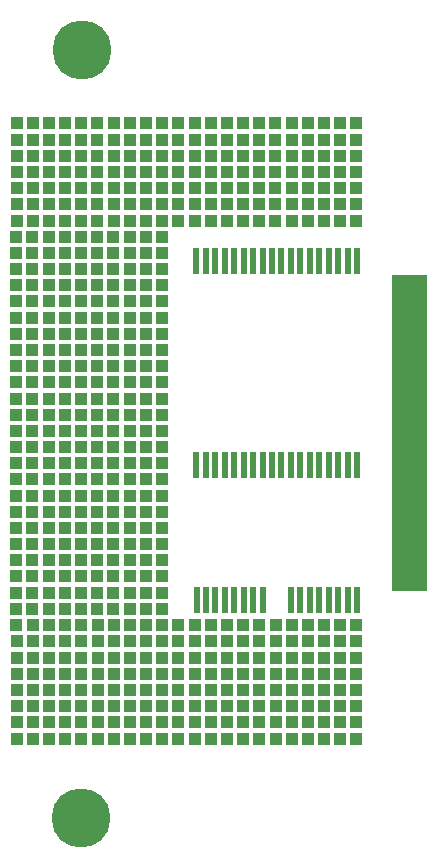
<source format=gts>
%TF.GenerationSoftware,KiCad,Pcbnew,8.0.4*%
%TF.CreationDate,2025-01-31T00:42:38+01:00*%
%TF.ProjectId,uconsole-expansion-card-template,75636f6e-736f-46c6-952d-657870616e73,0.1*%
%TF.SameCoordinates,Original*%
%TF.FileFunction,Soldermask,Top*%
%TF.FilePolarity,Negative*%
%FSLAX46Y46*%
G04 Gerber Fmt 4.6, Leading zero omitted, Abs format (unit mm)*
G04 Created by KiCad (PCBNEW 8.0.4) date 2025-01-31 00:42:38*
%MOMM*%
%LPD*%
G01*
G04 APERTURE LIST*
%ADD10C,0.100000*%
%ADD11R,1.000000X1.000000*%
%ADD12R,0.600000X2.300000*%
%ADD13R,2.300000X0.600000*%
%ADD14C,5.000000*%
G04 APERTURE END LIST*
%TO.C,U1*%
D10*
X115380400Y-86538000D02*
X118276000Y-86538000D01*
X118276000Y-113208000D01*
X115380400Y-113208000D01*
X115380400Y-86538000D01*
G36*
X115380400Y-86538000D02*
G01*
X118276000Y-86538000D01*
X118276000Y-113208000D01*
X115380400Y-113208000D01*
X115380400Y-86538000D01*
G37*
%TD*%
D11*
%TO.C,*%
X100070000Y-125790000D03*
%TD*%
%TO.C,*%
X102810000Y-125790000D03*
%TD*%
%TO.C,*%
X98700000Y-125790000D03*
%TD*%
%TO.C,*%
X108290000Y-125790000D03*
%TD*%
%TO.C,*%
X106920000Y-125790000D03*
%TD*%
%TO.C,*%
X105550000Y-125790000D03*
%TD*%
%TO.C,*%
X104180000Y-125790000D03*
%TD*%
%TO.C,*%
X101440000Y-125790000D03*
%TD*%
%TO.C,*%
X112400000Y-124420000D03*
%TD*%
%TO.C,*%
X97330000Y-125790000D03*
%TD*%
%TO.C,*%
X95960000Y-125790000D03*
%TD*%
%TO.C,*%
X90480000Y-125790000D03*
%TD*%
%TO.C,*%
X86370000Y-125790000D03*
%TD*%
%TO.C,*%
X106920000Y-124420000D03*
%TD*%
%TO.C,*%
X111030000Y-124420000D03*
%TD*%
%TO.C,*%
X89110000Y-125790000D03*
%TD*%
%TO.C,*%
X87740000Y-125790000D03*
%TD*%
%TO.C,*%
X109660000Y-124420000D03*
%TD*%
%TO.C,*%
X105550000Y-124420000D03*
%TD*%
%TO.C,*%
X94590000Y-125790000D03*
%TD*%
%TO.C,*%
X104180000Y-124420000D03*
%TD*%
%TO.C,*%
X91850000Y-125790000D03*
%TD*%
%TO.C,*%
X108290000Y-124420000D03*
%TD*%
%TO.C,*%
X85000000Y-125790000D03*
%TD*%
%TO.C,*%
X83630000Y-125790000D03*
%TD*%
%TO.C,*%
X93220000Y-125790000D03*
%TD*%
%TO.C,*%
X101440000Y-124420000D03*
%TD*%
%TO.C,*%
X95960000Y-124420000D03*
%TD*%
%TO.C,*%
X91850000Y-124420000D03*
%TD*%
%TO.C,*%
X85000000Y-124420000D03*
%TD*%
%TO.C,*%
X106920000Y-123050000D03*
%TD*%
%TO.C,*%
X104180000Y-123050000D03*
%TD*%
%TO.C,*%
X90480000Y-124420000D03*
%TD*%
%TO.C,*%
X102810000Y-124420000D03*
%TD*%
%TO.C,*%
X98700000Y-124420000D03*
%TD*%
%TO.C,*%
X94590000Y-124420000D03*
%TD*%
%TO.C,*%
X89110000Y-124420000D03*
%TD*%
%TO.C,*%
X86370000Y-124420000D03*
%TD*%
%TO.C,*%
X83630000Y-124420000D03*
%TD*%
%TO.C,*%
X112400000Y-123050000D03*
%TD*%
%TO.C,*%
X108290000Y-123050000D03*
%TD*%
%TO.C,*%
X111030000Y-123050000D03*
%TD*%
%TO.C,*%
X105550000Y-123050000D03*
%TD*%
%TO.C,*%
X100070000Y-124420000D03*
%TD*%
%TO.C,*%
X97330000Y-124420000D03*
%TD*%
%TO.C,*%
X93220000Y-124420000D03*
%TD*%
%TO.C,*%
X87740000Y-124420000D03*
%TD*%
%TO.C,*%
X109660000Y-123050000D03*
%TD*%
%TO.C,*%
X101440000Y-123050000D03*
%TD*%
%TO.C,*%
X98700000Y-123050000D03*
%TD*%
%TO.C,*%
X94590000Y-123050000D03*
%TD*%
%TO.C,*%
X93220000Y-123050000D03*
%TD*%
%TO.C,*%
X91850000Y-123050000D03*
%TD*%
%TO.C,*%
X85000000Y-123050000D03*
%TD*%
%TO.C,*%
X102810000Y-121680000D03*
%TD*%
%TO.C,*%
X101440000Y-121680000D03*
%TD*%
%TO.C,*%
X86370000Y-123050000D03*
%TD*%
%TO.C,*%
X112400000Y-121680000D03*
%TD*%
%TO.C,*%
X104180000Y-121680000D03*
%TD*%
%TO.C,*%
X87740000Y-123050000D03*
%TD*%
%TO.C,*%
X106920000Y-121680000D03*
%TD*%
%TO.C,*%
X95960000Y-123050000D03*
%TD*%
%TO.C,*%
X89110000Y-123050000D03*
%TD*%
%TO.C,*%
X111030000Y-121680000D03*
%TD*%
%TO.C,*%
X109660000Y-121680000D03*
%TD*%
%TO.C,*%
X102810000Y-123050000D03*
%TD*%
%TO.C,*%
X100070000Y-123050000D03*
%TD*%
%TO.C,*%
X97330000Y-123050000D03*
%TD*%
%TO.C,*%
X108290000Y-121680000D03*
%TD*%
%TO.C,*%
X83630000Y-123050000D03*
%TD*%
%TO.C,*%
X90480000Y-123050000D03*
%TD*%
%TO.C,*%
X105550000Y-121680000D03*
%TD*%
%TO.C,*%
X109660000Y-125790000D03*
%TD*%
%TO.C,*%
X112400000Y-125790000D03*
%TD*%
%TO.C,*%
X111030000Y-125790000D03*
%TD*%
%TO.C,*%
X98700000Y-121680000D03*
%TD*%
%TO.C,*%
X91850000Y-121680000D03*
%TD*%
%TO.C,*%
X95960000Y-121680000D03*
%TD*%
%TO.C,*%
X94590000Y-121680000D03*
%TD*%
%TO.C,*%
X90480000Y-121680000D03*
%TD*%
%TO.C,*%
X100070000Y-121680000D03*
%TD*%
%TO.C,*%
X97330000Y-121680000D03*
%TD*%
%TO.C,*%
X93220000Y-121680000D03*
%TD*%
%TO.C,*%
X89110000Y-121680000D03*
%TD*%
%TO.C,*%
X87740000Y-121680000D03*
%TD*%
%TO.C,*%
X86370000Y-121680000D03*
%TD*%
%TO.C,*%
X112400000Y-120310000D03*
%TD*%
%TO.C,*%
X111030000Y-120310000D03*
%TD*%
%TO.C,*%
X108290000Y-120310000D03*
%TD*%
%TO.C,*%
X105550000Y-120310000D03*
%TD*%
%TO.C,*%
X90480000Y-120310000D03*
%TD*%
%TO.C,*%
X101440000Y-120310000D03*
%TD*%
%TO.C,*%
X104180000Y-120310000D03*
%TD*%
%TO.C,*%
X97330000Y-120310000D03*
%TD*%
%TO.C,*%
X89110000Y-120310000D03*
%TD*%
%TO.C,*%
X94590000Y-120310000D03*
%TD*%
%TO.C,*%
X109660000Y-120310000D03*
%TD*%
%TO.C,*%
X95960000Y-120310000D03*
%TD*%
%TO.C,*%
X86370000Y-120310000D03*
%TD*%
%TO.C,*%
X91850000Y-120310000D03*
%TD*%
%TO.C,*%
X85000000Y-121680000D03*
%TD*%
%TO.C,*%
X106920000Y-120310000D03*
%TD*%
%TO.C,*%
X100070000Y-120310000D03*
%TD*%
%TO.C,*%
X83630000Y-121680000D03*
%TD*%
%TO.C,*%
X102810000Y-120310000D03*
%TD*%
%TO.C,*%
X93220000Y-120310000D03*
%TD*%
%TO.C,*%
X87740000Y-120310000D03*
%TD*%
%TO.C,*%
X98700000Y-120310000D03*
%TD*%
%TO.C,*%
X108290000Y-118940000D03*
%TD*%
%TO.C,*%
X105550000Y-118940000D03*
%TD*%
%TO.C,*%
X98700000Y-118940000D03*
%TD*%
%TO.C,*%
X83630000Y-120310000D03*
%TD*%
%TO.C,*%
X90480000Y-118940000D03*
%TD*%
%TO.C,*%
X112400000Y-118940000D03*
%TD*%
%TO.C,*%
X111030000Y-118940000D03*
%TD*%
%TO.C,*%
X109660000Y-118940000D03*
%TD*%
%TO.C,*%
X104180000Y-118940000D03*
%TD*%
%TO.C,*%
X101440000Y-118940000D03*
%TD*%
%TO.C,*%
X94590000Y-118940000D03*
%TD*%
%TO.C,*%
X93220000Y-118940000D03*
%TD*%
%TO.C,*%
X87740000Y-118940000D03*
%TD*%
%TO.C,*%
X89110000Y-118940000D03*
%TD*%
%TO.C,*%
X106920000Y-118940000D03*
%TD*%
%TO.C,*%
X97330000Y-118940000D03*
%TD*%
%TO.C,*%
X85000000Y-120310000D03*
%TD*%
%TO.C,*%
X100070000Y-118940000D03*
%TD*%
%TO.C,*%
X91850000Y-118940000D03*
%TD*%
%TO.C,*%
X102810000Y-118940000D03*
%TD*%
%TO.C,*%
X95960000Y-118940000D03*
%TD*%
%TO.C,*%
X85000000Y-118940000D03*
%TD*%
%TO.C,*%
X100070000Y-117570000D03*
%TD*%
%TO.C,*%
X83630000Y-118940000D03*
%TD*%
%TO.C,*%
X109660000Y-117570000D03*
%TD*%
%TO.C,*%
X105550000Y-117570000D03*
%TD*%
%TO.C,*%
X101440000Y-117570000D03*
%TD*%
%TO.C,*%
X97330000Y-117570000D03*
%TD*%
%TO.C,*%
X112400000Y-117570000D03*
%TD*%
%TO.C,*%
X111030000Y-117570000D03*
%TD*%
%TO.C,*%
X108290000Y-117570000D03*
%TD*%
%TO.C,*%
X106920000Y-117570000D03*
%TD*%
%TO.C,*%
X104180000Y-117570000D03*
%TD*%
%TO.C,*%
X95960000Y-117570000D03*
%TD*%
%TO.C,*%
X102810000Y-117570000D03*
%TD*%
%TO.C,*%
X94590000Y-117570000D03*
%TD*%
%TO.C,*%
X98700000Y-117570000D03*
%TD*%
%TO.C,*%
X93220000Y-117570000D03*
%TD*%
%TO.C,*%
X86370000Y-118940000D03*
%TD*%
%TO.C,*%
X97330000Y-116200000D03*
%TD*%
%TO.C,*%
X91850000Y-116200000D03*
%TD*%
%TO.C,*%
X94590000Y-116200000D03*
%TD*%
%TO.C,*%
X86370000Y-116200000D03*
%TD*%
%TO.C,*%
X93220000Y-116200000D03*
%TD*%
%TO.C,*%
X89110000Y-116200000D03*
%TD*%
%TO.C,*%
X108290000Y-116200000D03*
%TD*%
%TO.C,*%
X106920000Y-116200000D03*
%TD*%
%TO.C,*%
X90480000Y-116200000D03*
%TD*%
%TO.C,*%
X100070000Y-116200000D03*
%TD*%
%TO.C,*%
X111030000Y-116200000D03*
%TD*%
%TO.C,*%
X105550000Y-116200000D03*
%TD*%
%TO.C,*%
X104180000Y-116200000D03*
%TD*%
%TO.C,*%
X101440000Y-116200000D03*
%TD*%
%TO.C,*%
X87740000Y-116200000D03*
%TD*%
%TO.C,*%
X109660000Y-116200000D03*
%TD*%
%TO.C,*%
X102810000Y-116200000D03*
%TD*%
%TO.C,*%
X98700000Y-116200000D03*
%TD*%
%TO.C,*%
X95960000Y-116200000D03*
%TD*%
%TO.C,*%
X85000000Y-116200000D03*
%TD*%
%TO.C,*%
X91850000Y-117570000D03*
%TD*%
%TO.C,*%
X90480000Y-117570000D03*
%TD*%
%TO.C,*%
X89110000Y-117570000D03*
%TD*%
%TO.C,*%
X87740000Y-117570000D03*
%TD*%
%TO.C,*%
X86370000Y-117570000D03*
%TD*%
%TO.C,*%
X83630000Y-117570000D03*
%TD*%
%TO.C,*%
X85000000Y-117570000D03*
%TD*%
%TO.C,*%
X112400000Y-116200000D03*
%TD*%
%TO.C,*%
X95930000Y-114810000D03*
%TD*%
%TO.C,*%
X94560000Y-114810000D03*
%TD*%
%TO.C,*%
X93190000Y-114810000D03*
%TD*%
%TO.C,*%
X91820000Y-114810000D03*
%TD*%
%TO.C,*%
X90450000Y-114810000D03*
%TD*%
%TO.C,*%
X89080000Y-114810000D03*
%TD*%
%TO.C,*%
X87710000Y-114810000D03*
%TD*%
%TO.C,*%
X86340000Y-114810000D03*
%TD*%
%TO.C,*%
X84970000Y-114810000D03*
%TD*%
%TO.C,*%
X83600000Y-114810000D03*
%TD*%
%TO.C,*%
X95930000Y-113440000D03*
%TD*%
%TO.C,*%
X94560000Y-113440000D03*
%TD*%
%TO.C,*%
X93190000Y-113440000D03*
%TD*%
%TO.C,*%
X91820000Y-113440000D03*
%TD*%
%TO.C,*%
X90450000Y-113440000D03*
%TD*%
%TO.C,*%
X89080000Y-113440000D03*
%TD*%
%TO.C,*%
X87710000Y-113440000D03*
%TD*%
%TO.C,*%
X86340000Y-113440000D03*
%TD*%
%TO.C,*%
X84970000Y-113440000D03*
%TD*%
%TO.C,*%
X83600000Y-113440000D03*
%TD*%
%TO.C,*%
X95930000Y-112070000D03*
%TD*%
%TO.C,*%
X94560000Y-112070000D03*
%TD*%
%TO.C,*%
X93190000Y-112070000D03*
%TD*%
%TO.C,*%
X91820000Y-112070000D03*
%TD*%
%TO.C,*%
X90450000Y-112070000D03*
%TD*%
%TO.C,*%
X89080000Y-112070000D03*
%TD*%
%TO.C,*%
X87710000Y-112070000D03*
%TD*%
%TO.C,*%
X86340000Y-112070000D03*
%TD*%
%TO.C,*%
X84970000Y-112070000D03*
%TD*%
%TO.C,*%
X83600000Y-112070000D03*
%TD*%
%TO.C,*%
X95930000Y-110700000D03*
%TD*%
%TO.C,*%
X94560000Y-110700000D03*
%TD*%
%TO.C,*%
X93190000Y-110700000D03*
%TD*%
%TO.C,*%
X91820000Y-110700000D03*
%TD*%
%TO.C,*%
X90450000Y-110700000D03*
%TD*%
%TO.C,*%
X89080000Y-110700000D03*
%TD*%
%TO.C,*%
X87710000Y-110700000D03*
%TD*%
%TO.C,*%
X86340000Y-110700000D03*
%TD*%
%TO.C,*%
X84970000Y-110700000D03*
%TD*%
%TO.C,*%
X83600000Y-110700000D03*
%TD*%
%TO.C,*%
X95930000Y-109330000D03*
%TD*%
%TO.C,*%
X94560000Y-109330000D03*
%TD*%
%TO.C,*%
X93190000Y-109330000D03*
%TD*%
%TO.C,*%
X91820000Y-109330000D03*
%TD*%
%TO.C,*%
X90450000Y-109330000D03*
%TD*%
%TO.C,*%
X89080000Y-109330000D03*
%TD*%
%TO.C,*%
X87710000Y-109330000D03*
%TD*%
%TO.C,*%
X86340000Y-109330000D03*
%TD*%
%TO.C,*%
X84970000Y-109330000D03*
%TD*%
%TO.C,*%
X83600000Y-109330000D03*
%TD*%
%TO.C,*%
X95930000Y-107960000D03*
%TD*%
%TO.C,*%
X94560000Y-107960000D03*
%TD*%
%TO.C,*%
X93190000Y-107960000D03*
%TD*%
%TO.C,*%
X91820000Y-107960000D03*
%TD*%
%TO.C,*%
X90450000Y-107960000D03*
%TD*%
%TO.C,*%
X89080000Y-107960000D03*
%TD*%
%TO.C,*%
X87710000Y-107960000D03*
%TD*%
%TO.C,*%
X86340000Y-107960000D03*
%TD*%
%TO.C,*%
X84970000Y-107960000D03*
%TD*%
%TO.C,*%
X83600000Y-107960000D03*
%TD*%
%TO.C,*%
X95930000Y-106590000D03*
%TD*%
%TO.C,*%
X94560000Y-106590000D03*
%TD*%
%TO.C,*%
X93190000Y-106590000D03*
%TD*%
%TO.C,*%
X91820000Y-106590000D03*
%TD*%
%TO.C,*%
X90450000Y-106590000D03*
%TD*%
%TO.C,*%
X89080000Y-106590000D03*
%TD*%
%TO.C,*%
X87710000Y-106590000D03*
%TD*%
%TO.C,*%
X86340000Y-106590000D03*
%TD*%
%TO.C,*%
X84970000Y-106590000D03*
%TD*%
%TO.C,*%
X83600000Y-106590000D03*
%TD*%
%TO.C,*%
X95930000Y-105220000D03*
%TD*%
%TO.C,*%
X94560000Y-105220000D03*
%TD*%
%TO.C,*%
X93190000Y-105220000D03*
%TD*%
%TO.C,*%
X91820000Y-105220000D03*
%TD*%
%TO.C,*%
X90450000Y-105220000D03*
%TD*%
%TO.C,*%
X89080000Y-105220000D03*
%TD*%
%TO.C,*%
X87710000Y-105220000D03*
%TD*%
%TO.C,*%
X86340000Y-105220000D03*
%TD*%
%TO.C,*%
X84970000Y-105220000D03*
%TD*%
%TO.C,*%
X83600000Y-105220000D03*
%TD*%
%TO.C,*%
X95930000Y-103850000D03*
%TD*%
%TO.C,*%
X94560000Y-103850000D03*
%TD*%
%TO.C,*%
X93190000Y-103850000D03*
%TD*%
%TO.C,*%
X91820000Y-103850000D03*
%TD*%
%TO.C,*%
X90450000Y-103850000D03*
%TD*%
%TO.C,*%
X89080000Y-103850000D03*
%TD*%
%TO.C,*%
X87710000Y-103850000D03*
%TD*%
%TO.C,*%
X86340000Y-103850000D03*
%TD*%
%TO.C,*%
X84970000Y-103850000D03*
%TD*%
%TO.C,*%
X83600000Y-103850000D03*
%TD*%
%TO.C,*%
X95930000Y-102480000D03*
%TD*%
%TO.C,*%
X94560000Y-102480000D03*
%TD*%
%TO.C,*%
X93190000Y-102480000D03*
%TD*%
%TO.C,*%
X91820000Y-102480000D03*
%TD*%
%TO.C,*%
X90450000Y-102480000D03*
%TD*%
%TO.C,*%
X89080000Y-102480000D03*
%TD*%
%TO.C,*%
X87710000Y-102480000D03*
%TD*%
%TO.C,*%
X86340000Y-102480000D03*
%TD*%
%TO.C,*%
X84970000Y-102480000D03*
%TD*%
%TO.C,*%
X83600000Y-102480000D03*
%TD*%
%TO.C,*%
X95930000Y-101110000D03*
%TD*%
%TO.C,*%
X94560000Y-101110000D03*
%TD*%
%TO.C,*%
X93190000Y-101110000D03*
%TD*%
%TO.C,*%
X91820000Y-101110000D03*
%TD*%
%TO.C,*%
X90450000Y-101110000D03*
%TD*%
%TO.C,*%
X89080000Y-101110000D03*
%TD*%
%TO.C,*%
X87710000Y-101110000D03*
%TD*%
%TO.C,*%
X86340000Y-101110000D03*
%TD*%
%TO.C,*%
X84970000Y-101110000D03*
%TD*%
%TO.C,*%
X83600000Y-101110000D03*
%TD*%
%TO.C,*%
X95930000Y-99740000D03*
%TD*%
%TO.C,*%
X94560000Y-99740000D03*
%TD*%
%TO.C,*%
X93190000Y-99740000D03*
%TD*%
%TO.C,*%
X91820000Y-99740000D03*
%TD*%
%TO.C,*%
X90450000Y-99740000D03*
%TD*%
%TO.C,*%
X89080000Y-99740000D03*
%TD*%
%TO.C,*%
X87710000Y-99740000D03*
%TD*%
%TO.C,*%
X86340000Y-99740000D03*
%TD*%
%TO.C,*%
X84970000Y-99740000D03*
%TD*%
%TO.C,*%
X83600000Y-99740000D03*
%TD*%
%TO.C,*%
X95930000Y-98370000D03*
%TD*%
%TO.C,*%
X94560000Y-98370000D03*
%TD*%
%TO.C,*%
X93190000Y-98370000D03*
%TD*%
%TO.C,*%
X91820000Y-98370000D03*
%TD*%
%TO.C,*%
X90450000Y-98370000D03*
%TD*%
%TO.C,*%
X89080000Y-98370000D03*
%TD*%
%TO.C,*%
X87710000Y-98370000D03*
%TD*%
%TO.C,*%
X86340000Y-98370000D03*
%TD*%
%TO.C,*%
X84970000Y-98370000D03*
%TD*%
%TO.C,*%
X83600000Y-98370000D03*
%TD*%
%TO.C,*%
X95930000Y-97000000D03*
%TD*%
%TO.C,*%
X94560000Y-97000000D03*
%TD*%
%TO.C,*%
X93190000Y-97000000D03*
%TD*%
%TO.C,*%
X91820000Y-97000000D03*
%TD*%
%TO.C,*%
X90450000Y-97000000D03*
%TD*%
%TO.C,*%
X89080000Y-97000000D03*
%TD*%
%TO.C,*%
X87710000Y-97000000D03*
%TD*%
%TO.C,*%
X86340000Y-97000000D03*
%TD*%
%TO.C,*%
X84970000Y-97000000D03*
%TD*%
%TO.C,*%
X83600000Y-97000000D03*
%TD*%
%TO.C,*%
X95930000Y-95630000D03*
%TD*%
%TO.C,*%
X94560000Y-95630000D03*
%TD*%
%TO.C,*%
X93190000Y-95630000D03*
%TD*%
%TO.C,*%
X91820000Y-95630000D03*
%TD*%
%TO.C,*%
X90450000Y-95630000D03*
%TD*%
%TO.C,*%
X89080000Y-95630000D03*
%TD*%
%TO.C,*%
X87710000Y-95630000D03*
%TD*%
%TO.C,*%
X86340000Y-95630000D03*
%TD*%
%TO.C,*%
X84970000Y-95630000D03*
%TD*%
%TO.C,*%
X83600000Y-95630000D03*
%TD*%
%TO.C,*%
X95930000Y-94260000D03*
%TD*%
%TO.C,*%
X94560000Y-94260000D03*
%TD*%
%TO.C,*%
X93190000Y-94260000D03*
%TD*%
%TO.C,*%
X91820000Y-94260000D03*
%TD*%
%TO.C,*%
X90450000Y-94260000D03*
%TD*%
%TO.C,*%
X89080000Y-94260000D03*
%TD*%
%TO.C,*%
X87710000Y-94260000D03*
%TD*%
%TO.C,*%
X86340000Y-94260000D03*
%TD*%
%TO.C,*%
X84970000Y-94260000D03*
%TD*%
%TO.C,*%
X83600000Y-94260000D03*
%TD*%
%TO.C,*%
X95930000Y-92890000D03*
%TD*%
%TO.C,*%
X94560000Y-92890000D03*
%TD*%
%TO.C,*%
X93190000Y-92890000D03*
%TD*%
%TO.C,*%
X91820000Y-92890000D03*
%TD*%
%TO.C,*%
X90450000Y-92890000D03*
%TD*%
%TO.C,*%
X89080000Y-92890000D03*
%TD*%
%TO.C,*%
X87710000Y-92890000D03*
%TD*%
%TO.C,*%
X86340000Y-92890000D03*
%TD*%
%TO.C,*%
X84970000Y-92890000D03*
%TD*%
%TO.C,*%
X83600000Y-92890000D03*
%TD*%
%TO.C,*%
X95930000Y-91520000D03*
%TD*%
%TO.C,*%
X94560000Y-91520000D03*
%TD*%
%TO.C,*%
X93190000Y-91520000D03*
%TD*%
%TO.C,*%
X91820000Y-91520000D03*
%TD*%
%TO.C,*%
X90450000Y-91520000D03*
%TD*%
%TO.C,*%
X89080000Y-91520000D03*
%TD*%
%TO.C,*%
X87710000Y-91520000D03*
%TD*%
%TO.C,*%
X86340000Y-91520000D03*
%TD*%
%TO.C,*%
X84970000Y-91520000D03*
%TD*%
%TO.C,*%
X83600000Y-91520000D03*
%TD*%
%TO.C,*%
X95930000Y-90150000D03*
%TD*%
%TO.C,*%
X94560000Y-90150000D03*
%TD*%
%TO.C,*%
X93190000Y-90150000D03*
%TD*%
%TO.C,*%
X91820000Y-90150000D03*
%TD*%
%TO.C,*%
X90450000Y-90150000D03*
%TD*%
%TO.C,*%
X89080000Y-90150000D03*
%TD*%
%TO.C,*%
X87710000Y-90150000D03*
%TD*%
%TO.C,*%
X86340000Y-90150000D03*
%TD*%
%TO.C,*%
X84970000Y-90150000D03*
%TD*%
%TO.C,*%
X83600000Y-90150000D03*
%TD*%
%TO.C,*%
X95930000Y-88780000D03*
%TD*%
%TO.C,*%
X94560000Y-88780000D03*
%TD*%
%TO.C,*%
X93190000Y-88780000D03*
%TD*%
%TO.C,*%
X91820000Y-88780000D03*
%TD*%
%TO.C,*%
X90450000Y-88780000D03*
%TD*%
%TO.C,*%
X89080000Y-88780000D03*
%TD*%
%TO.C,*%
X87710000Y-88780000D03*
%TD*%
%TO.C,*%
X86340000Y-88780000D03*
%TD*%
%TO.C,*%
X84970000Y-88780000D03*
%TD*%
%TO.C,*%
X83600000Y-88780000D03*
%TD*%
%TO.C,*%
X95930000Y-87410000D03*
%TD*%
%TO.C,*%
X94560000Y-87410000D03*
%TD*%
%TO.C,*%
X93190000Y-87410000D03*
%TD*%
%TO.C,*%
X91820000Y-87410000D03*
%TD*%
%TO.C,*%
X90450000Y-87410000D03*
%TD*%
%TO.C,*%
X89080000Y-87410000D03*
%TD*%
%TO.C,*%
X87710000Y-87410000D03*
%TD*%
%TO.C,*%
X86340000Y-87410000D03*
%TD*%
%TO.C,*%
X84970000Y-87410000D03*
%TD*%
%TO.C,*%
X83600000Y-87410000D03*
%TD*%
%TO.C,*%
X95930000Y-86040000D03*
%TD*%
%TO.C,*%
X94560000Y-86040000D03*
%TD*%
%TO.C,*%
X93190000Y-86040000D03*
%TD*%
%TO.C,*%
X91820000Y-86040000D03*
%TD*%
%TO.C,*%
X90450000Y-86040000D03*
%TD*%
%TO.C,*%
X89080000Y-86040000D03*
%TD*%
%TO.C,*%
X87710000Y-86040000D03*
%TD*%
%TO.C,*%
X86340000Y-86040000D03*
%TD*%
%TO.C,*%
X84970000Y-86040000D03*
%TD*%
%TO.C,*%
X83600000Y-86040000D03*
%TD*%
%TO.C,*%
X95930000Y-84670000D03*
%TD*%
%TO.C,*%
X94560000Y-84670000D03*
%TD*%
%TO.C,*%
X93190000Y-84670000D03*
%TD*%
%TO.C,*%
X91820000Y-84670000D03*
%TD*%
%TO.C,*%
X90450000Y-84670000D03*
%TD*%
%TO.C,*%
X89080000Y-84670000D03*
%TD*%
%TO.C,*%
X87710000Y-84670000D03*
%TD*%
%TO.C,*%
X86340000Y-84670000D03*
%TD*%
%TO.C,*%
X84970000Y-84670000D03*
%TD*%
%TO.C,*%
X83600000Y-84670000D03*
%TD*%
%TO.C,*%
X95930000Y-83300000D03*
%TD*%
%TO.C,*%
X94560000Y-83300000D03*
%TD*%
%TO.C,*%
X93190000Y-83300000D03*
%TD*%
%TO.C,*%
X91820000Y-83300000D03*
%TD*%
%TO.C,*%
X90450000Y-83300000D03*
%TD*%
%TO.C,*%
X89080000Y-83300000D03*
%TD*%
%TO.C,*%
X87710000Y-83300000D03*
%TD*%
%TO.C,*%
X86340000Y-83300000D03*
%TD*%
%TO.C,*%
X84970000Y-83300000D03*
%TD*%
%TO.C,*%
X83600000Y-83300000D03*
%TD*%
%TO.C,*%
X112387000Y-81931000D03*
%TD*%
%TO.C,*%
X111017000Y-81931000D03*
%TD*%
%TO.C,*%
X109647000Y-81931000D03*
%TD*%
%TO.C,*%
X108277000Y-81931000D03*
%TD*%
%TO.C,*%
X106907000Y-81931000D03*
%TD*%
%TO.C,*%
X105537000Y-81931000D03*
%TD*%
%TO.C,*%
X104167000Y-81931000D03*
%TD*%
%TO.C,*%
X102797000Y-81931000D03*
%TD*%
%TO.C,*%
X101427000Y-81931000D03*
%TD*%
%TO.C,*%
X100057000Y-81931000D03*
%TD*%
%TO.C,*%
X98687000Y-81931000D03*
%TD*%
%TO.C,*%
X97317000Y-81931000D03*
%TD*%
%TO.C,*%
X95947000Y-81931000D03*
%TD*%
%TO.C,*%
X94577000Y-81931000D03*
%TD*%
%TO.C,*%
X93207000Y-81931000D03*
%TD*%
%TO.C,*%
X91837000Y-81931000D03*
%TD*%
%TO.C,*%
X90467000Y-81931000D03*
%TD*%
%TO.C,*%
X89097000Y-81931000D03*
%TD*%
%TO.C,*%
X87727000Y-81931000D03*
%TD*%
%TO.C,*%
X86357000Y-81931000D03*
%TD*%
%TO.C,*%
X84987000Y-81931000D03*
%TD*%
%TO.C,*%
X83617000Y-81931000D03*
%TD*%
%TO.C,*%
X112387000Y-80561000D03*
%TD*%
%TO.C,*%
X111017000Y-80561000D03*
%TD*%
%TO.C,*%
X109647000Y-80561000D03*
%TD*%
%TO.C,*%
X108277000Y-80561000D03*
%TD*%
%TO.C,*%
X106907000Y-80561000D03*
%TD*%
%TO.C,*%
X105537000Y-80561000D03*
%TD*%
%TO.C,*%
X104167000Y-80561000D03*
%TD*%
%TO.C,*%
X102797000Y-80561000D03*
%TD*%
%TO.C,*%
X101427000Y-80561000D03*
%TD*%
%TO.C,*%
X100057000Y-80561000D03*
%TD*%
%TO.C,*%
X98687000Y-80561000D03*
%TD*%
%TO.C,*%
X97317000Y-80561000D03*
%TD*%
%TO.C,*%
X95947000Y-80561000D03*
%TD*%
%TO.C,*%
X94577000Y-80561000D03*
%TD*%
%TO.C,*%
X93207000Y-80561000D03*
%TD*%
%TO.C,*%
X91837000Y-80561000D03*
%TD*%
%TO.C,*%
X90467000Y-80561000D03*
%TD*%
%TO.C,*%
X89097000Y-80561000D03*
%TD*%
%TO.C,*%
X87727000Y-80561000D03*
%TD*%
%TO.C,*%
X86357000Y-80561000D03*
%TD*%
%TO.C,*%
X84987000Y-80561000D03*
%TD*%
%TO.C,*%
X83617000Y-80561000D03*
%TD*%
%TO.C,*%
X112387000Y-79191000D03*
%TD*%
%TO.C,*%
X111017000Y-79191000D03*
%TD*%
%TO.C,*%
X109647000Y-79191000D03*
%TD*%
%TO.C,*%
X108277000Y-79191000D03*
%TD*%
%TO.C,*%
X106907000Y-79191000D03*
%TD*%
%TO.C,*%
X105537000Y-79191000D03*
%TD*%
%TO.C,*%
X104167000Y-79191000D03*
%TD*%
%TO.C,*%
X102797000Y-79191000D03*
%TD*%
%TO.C,*%
X101427000Y-79191000D03*
%TD*%
%TO.C,*%
X100057000Y-79191000D03*
%TD*%
%TO.C,*%
X98687000Y-79191000D03*
%TD*%
%TO.C,*%
X97317000Y-79191000D03*
%TD*%
%TO.C,*%
X95947000Y-79191000D03*
%TD*%
%TO.C,*%
X94577000Y-79191000D03*
%TD*%
%TO.C,*%
X93207000Y-79191000D03*
%TD*%
%TO.C,*%
X91837000Y-79191000D03*
%TD*%
%TO.C,*%
X90467000Y-79191000D03*
%TD*%
%TO.C,*%
X89097000Y-79191000D03*
%TD*%
%TO.C,*%
X87727000Y-79191000D03*
%TD*%
%TO.C,*%
X86357000Y-79191000D03*
%TD*%
%TO.C,*%
X84987000Y-79191000D03*
%TD*%
%TO.C,*%
X83617000Y-79191000D03*
%TD*%
%TO.C,*%
X112387000Y-77821000D03*
%TD*%
%TO.C,*%
X111017000Y-77821000D03*
%TD*%
%TO.C,*%
X109647000Y-77821000D03*
%TD*%
%TO.C,*%
X108277000Y-77821000D03*
%TD*%
%TO.C,*%
X106907000Y-77821000D03*
%TD*%
%TO.C,*%
X105537000Y-77821000D03*
%TD*%
%TO.C,*%
X104167000Y-77821000D03*
%TD*%
%TO.C,*%
X102797000Y-77821000D03*
%TD*%
%TO.C,*%
X101427000Y-77821000D03*
%TD*%
%TO.C,*%
X100057000Y-77821000D03*
%TD*%
%TO.C,*%
X98687000Y-77821000D03*
%TD*%
%TO.C,*%
X97317000Y-77821000D03*
%TD*%
%TO.C,*%
X95947000Y-77821000D03*
%TD*%
%TO.C,*%
X94577000Y-77821000D03*
%TD*%
%TO.C,*%
X93207000Y-77821000D03*
%TD*%
%TO.C,*%
X91837000Y-77821000D03*
%TD*%
%TO.C,*%
X90467000Y-77821000D03*
%TD*%
%TO.C,*%
X89097000Y-77821000D03*
%TD*%
%TO.C,*%
X87727000Y-77821000D03*
%TD*%
%TO.C,*%
X86357000Y-77821000D03*
%TD*%
%TO.C,*%
X84987000Y-77821000D03*
%TD*%
%TO.C,*%
X83617000Y-77821000D03*
%TD*%
%TO.C,*%
X112387000Y-76451000D03*
%TD*%
%TO.C,*%
X111017000Y-76451000D03*
%TD*%
%TO.C,*%
X109647000Y-76451000D03*
%TD*%
%TO.C,*%
X108277000Y-76451000D03*
%TD*%
%TO.C,*%
X106907000Y-76451000D03*
%TD*%
%TO.C,*%
X105537000Y-76451000D03*
%TD*%
%TO.C,*%
X104167000Y-76451000D03*
%TD*%
%TO.C,*%
X102797000Y-76451000D03*
%TD*%
%TO.C,*%
X101427000Y-76451000D03*
%TD*%
%TO.C,*%
X100057000Y-76451000D03*
%TD*%
%TO.C,*%
X98687000Y-76451000D03*
%TD*%
%TO.C,*%
X97317000Y-76451000D03*
%TD*%
%TO.C,*%
X95947000Y-76451000D03*
%TD*%
%TO.C,*%
X94577000Y-76451000D03*
%TD*%
%TO.C,*%
X93207000Y-76451000D03*
%TD*%
%TO.C,*%
X91837000Y-76451000D03*
%TD*%
%TO.C,*%
X90467000Y-76451000D03*
%TD*%
%TO.C,*%
X89097000Y-76451000D03*
%TD*%
%TO.C,*%
X87727000Y-76451000D03*
%TD*%
%TO.C,*%
X86357000Y-76451000D03*
%TD*%
%TO.C,*%
X84987000Y-76451000D03*
%TD*%
%TO.C,*%
X83617000Y-76451000D03*
%TD*%
%TO.C,*%
X112387000Y-75081000D03*
%TD*%
%TO.C,*%
X111017000Y-75081000D03*
%TD*%
%TO.C,*%
X109647000Y-75081000D03*
%TD*%
%TO.C,*%
X108277000Y-75081000D03*
%TD*%
%TO.C,*%
X106907000Y-75081000D03*
%TD*%
%TO.C,*%
X105537000Y-75081000D03*
%TD*%
%TO.C,*%
X104167000Y-75081000D03*
%TD*%
%TO.C,*%
X102797000Y-75081000D03*
%TD*%
%TO.C,*%
X101427000Y-75081000D03*
%TD*%
%TO.C,*%
X100057000Y-75081000D03*
%TD*%
%TO.C,*%
X98687000Y-75081000D03*
%TD*%
%TO.C,*%
X97317000Y-75081000D03*
%TD*%
%TO.C,*%
X95947000Y-75081000D03*
%TD*%
%TO.C,*%
X94577000Y-75081000D03*
%TD*%
%TO.C,*%
X93207000Y-75081000D03*
%TD*%
%TO.C,*%
X91837000Y-75081000D03*
%TD*%
%TO.C,*%
X90467000Y-75081000D03*
%TD*%
%TO.C,*%
X89097000Y-75081000D03*
%TD*%
%TO.C,*%
X87727000Y-75081000D03*
%TD*%
%TO.C,*%
X86357000Y-75081000D03*
%TD*%
%TO.C,*%
X84987000Y-75081000D03*
%TD*%
%TO.C,*%
X83617000Y-75081000D03*
%TD*%
%TO.C,*%
X112387000Y-73711000D03*
%TD*%
%TO.C,*%
X111017000Y-73711000D03*
%TD*%
%TO.C,*%
X109647000Y-73711000D03*
%TD*%
%TO.C,*%
X108277000Y-73711000D03*
%TD*%
%TO.C,*%
X106907000Y-73711000D03*
%TD*%
%TO.C,*%
X105537000Y-73711000D03*
%TD*%
%TO.C,*%
X104167000Y-73711000D03*
%TD*%
%TO.C,*%
X102797000Y-73711000D03*
%TD*%
%TO.C,*%
X101427000Y-73711000D03*
%TD*%
%TO.C,*%
X100057000Y-73711000D03*
%TD*%
%TO.C,*%
X98687000Y-73711000D03*
%TD*%
%TO.C,*%
X97317000Y-73711000D03*
%TD*%
%TO.C,*%
X95947000Y-73711000D03*
%TD*%
%TO.C,*%
X94577000Y-73711000D03*
%TD*%
%TO.C,*%
X93207000Y-73711000D03*
%TD*%
%TO.C,*%
X91837000Y-73711000D03*
%TD*%
%TO.C,*%
X90467000Y-73711000D03*
%TD*%
%TO.C,*%
X89097000Y-73711000D03*
%TD*%
%TO.C,*%
X87727000Y-73711000D03*
%TD*%
%TO.C,*%
X86357000Y-73711000D03*
%TD*%
%TO.C,*%
X84987000Y-73711000D03*
%TD*%
%TO.C,*%
X83617000Y-73711000D03*
%TD*%
D12*
%TO.C,*%
X100446000Y-85395000D03*
%TD*%
%TO.C,*%
X108446000Y-85395000D03*
%TD*%
%TO.C,*%
X102846000Y-85395000D03*
%TD*%
%TO.C,*%
X110846000Y-85395000D03*
%TD*%
%TO.C,*%
X110033000Y-114097000D03*
%TD*%
%TO.C,*%
X106846000Y-114097000D03*
%TD*%
%TO.C,*%
X110046000Y-85395000D03*
%TD*%
%TO.C,*%
X102032000Y-85395000D03*
%TD*%
%TO.C,*%
X108446000Y-114097000D03*
%TD*%
%TO.C,*%
X105246000Y-85395000D03*
%TD*%
%TO.C,*%
X112446000Y-114097000D03*
%TD*%
%TO.C,*%
X103646000Y-85395000D03*
%TD*%
%TO.C,*%
X106046000Y-85395000D03*
%TD*%
%TO.C,*%
X109246000Y-114097000D03*
%TD*%
%TO.C,*%
X111646000Y-85395000D03*
%TD*%
%TO.C,*%
X107646000Y-114097000D03*
%TD*%
%TO.C,*%
X98846000Y-85395000D03*
%TD*%
%TO.C,*%
X110846000Y-114097000D03*
%TD*%
%TO.C,*%
X112446000Y-85395000D03*
%TD*%
%TO.C,*%
X109246000Y-85395000D03*
%TD*%
%TO.C,*%
X107646000Y-85395000D03*
%TD*%
D13*
%TO.C,U1*%
X116485000Y-111780000D03*
X116485000Y-110980000D03*
X116485000Y-110180000D03*
X116485000Y-109380000D03*
X116485000Y-108580000D03*
X116485000Y-107780000D03*
X116485000Y-106980000D03*
X116485000Y-106180000D03*
X116485000Y-102180000D03*
X116485000Y-101380000D03*
X116485000Y-100580000D03*
X116485000Y-99780000D03*
X116485000Y-98980000D03*
X116485000Y-98180000D03*
X116485000Y-97380000D03*
X116485000Y-96580000D03*
X116485000Y-95780000D03*
X116485000Y-94980000D03*
X116485000Y-94180000D03*
X116485000Y-93380000D03*
X116485000Y-92580000D03*
X116485000Y-91780000D03*
X116485000Y-90980000D03*
X116485000Y-90180000D03*
X116485000Y-89380000D03*
X116485000Y-88580000D03*
%TD*%
D12*
%TO.C,*%
X104446000Y-85395000D03*
%TD*%
%TO.C,*%
X111646000Y-114097000D03*
%TD*%
%TO.C,*%
X101246000Y-85395000D03*
%TD*%
%TO.C,*%
X99646000Y-85395000D03*
%TD*%
%TO.C,*%
X106846000Y-85395000D03*
%TD*%
D14*
%TO.C,H2*%
X89115000Y-132500000D03*
%TD*%
D12*
%TO.C,*%
X99646000Y-102667000D03*
%TD*%
%TO.C,*%
X100446000Y-102667000D03*
%TD*%
%TO.C,*%
X108446000Y-102667000D03*
%TD*%
%TO.C,*%
X110046000Y-102667000D03*
%TD*%
%TO.C,*%
X104446000Y-102667000D03*
%TD*%
%TO.C,*%
X104457000Y-114100000D03*
%TD*%
%TO.C,*%
X106046000Y-102667000D03*
%TD*%
%TO.C,*%
X112446000Y-102667000D03*
%TD*%
%TO.C,*%
X102857000Y-114100000D03*
%TD*%
%TO.C,*%
X107646000Y-102667000D03*
%TD*%
%TO.C,*%
X102057000Y-114100000D03*
%TD*%
%TO.C,*%
X99657000Y-114100000D03*
%TD*%
%TO.C,*%
X105246000Y-102667000D03*
%TD*%
%TO.C,*%
X106846000Y-102667000D03*
%TD*%
%TO.C,*%
X110846000Y-102667000D03*
%TD*%
%TO.C,*%
X103646000Y-102667000D03*
%TD*%
%TO.C,*%
X100457000Y-114100000D03*
%TD*%
%TO.C,*%
X101246000Y-102667000D03*
%TD*%
%TO.C,*%
X102846000Y-102667000D03*
%TD*%
%TO.C,*%
X102046000Y-102667000D03*
%TD*%
%TO.C,GPIO45*%
X98846000Y-102667000D03*
%TD*%
%TO.C,*%
X98857000Y-114100000D03*
%TD*%
%TO.C,*%
X111646000Y-102667000D03*
%TD*%
%TO.C,*%
X103657000Y-114100000D03*
%TD*%
%TO.C,*%
X109246000Y-102667000D03*
%TD*%
%TO.C,*%
X101257000Y-114100000D03*
%TD*%
D14*
%TO.C,H1*%
X89128800Y-67488000D03*
%TD*%
D11*
%TO.C,*%
X83600000Y-116200000D03*
%TD*%
M02*

</source>
